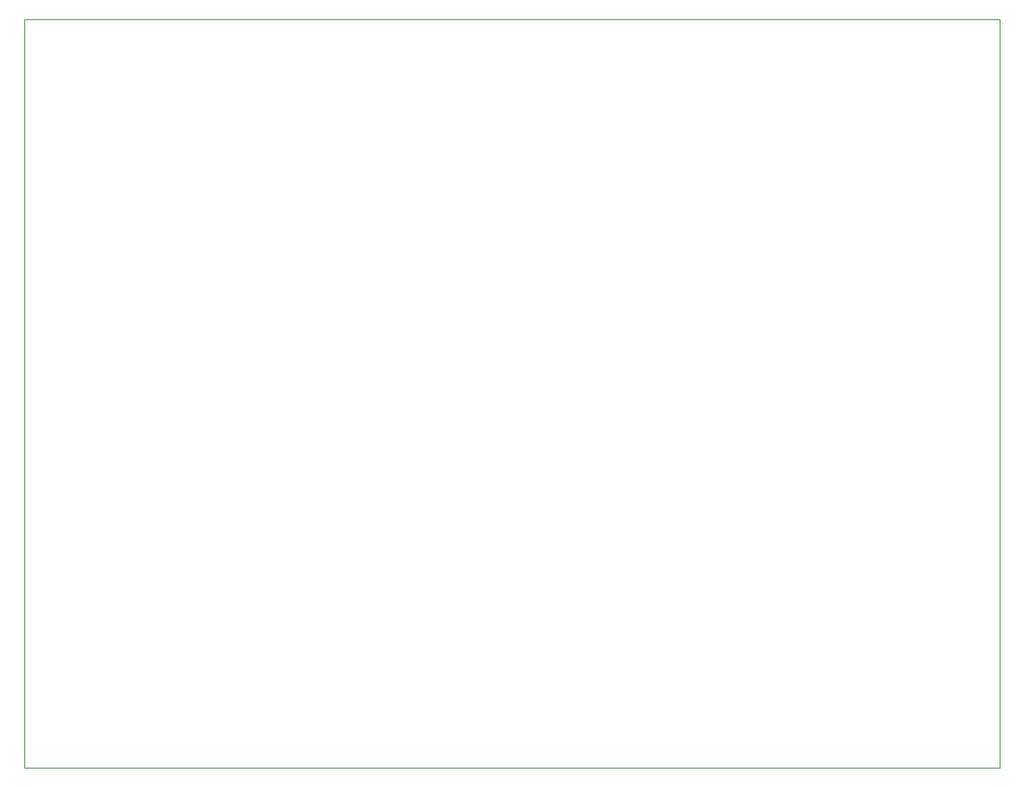
<source format=gm1>
G04 #@! TF.GenerationSoftware,KiCad,Pcbnew,(5.1.2-1)-1*
G04 #@! TF.CreationDate,2019-12-30T09:18:02-08:00*
G04 #@! TF.ProjectId,sbc6802,73626336-3830-4322-9e6b-696361645f70,2.0*
G04 #@! TF.SameCoordinates,Original*
G04 #@! TF.FileFunction,Profile,NP*
%FSLAX46Y46*%
G04 Gerber Fmt 4.6, Leading zero omitted, Abs format (unit mm)*
G04 Created by KiCad (PCBNEW (5.1.2-1)-1) date 2019-12-30 09:18:02*
%MOMM*%
%LPD*%
G04 APERTURE LIST*
%ADD10C,0.050000*%
G04 APERTURE END LIST*
D10*
X104775000Y-137795000D02*
X104775000Y-62230000D01*
X203105000Y-137795000D02*
X104775000Y-137795000D01*
X203105000Y-62230000D02*
X203105000Y-137795000D01*
X104775000Y-62230000D02*
X203105000Y-62230000D01*
M02*

</source>
